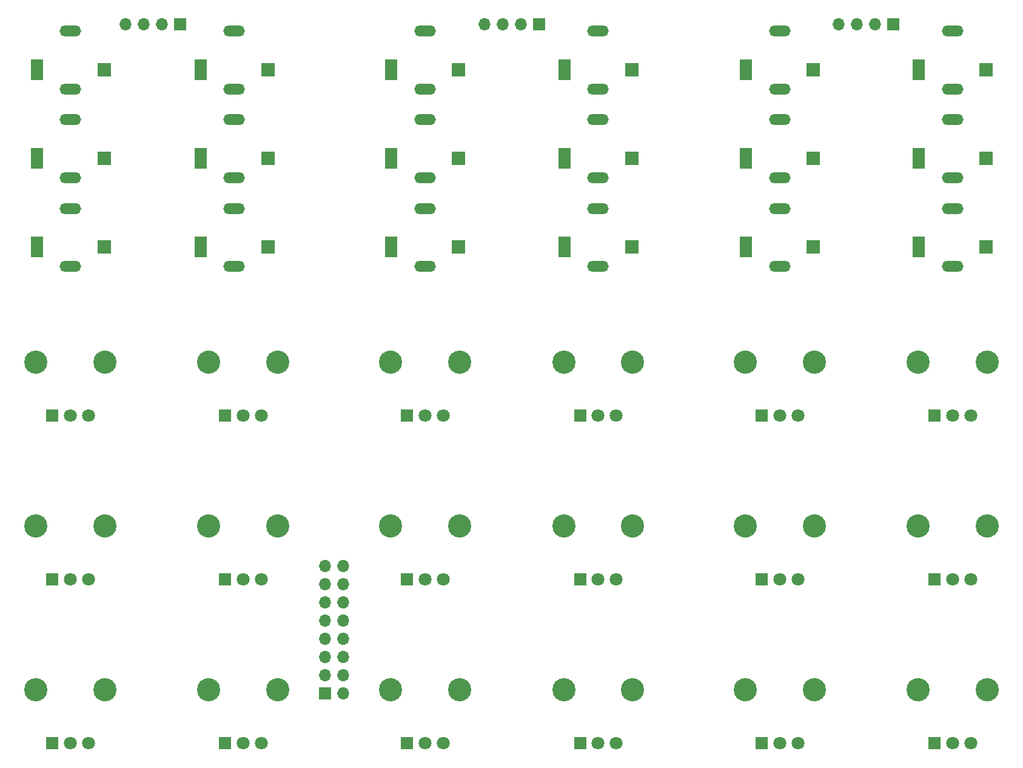
<source format=gbr>
%TF.GenerationSoftware,KiCad,Pcbnew,(5.1.8)-1*%
%TF.CreationDate,2021-01-26T23:12:48-05:00*%
%TF.ProjectId,LedController2,4c656443-6f6e-4747-926f-6c6c6572322e,rev?*%
%TF.SameCoordinates,Original*%
%TF.FileFunction,Soldermask,Top*%
%TF.FilePolarity,Negative*%
%FSLAX46Y46*%
G04 Gerber Fmt 4.6, Leading zero omitted, Abs format (unit mm)*
G04 Created by KiCad (PCBNEW (5.1.8)-1) date 2021-01-26 23:12:48*
%MOMM*%
%LPD*%
G01*
G04 APERTURE LIST*
%ADD10R,1.750000X3.000000*%
%ADD11R,1.850000X1.850000*%
%ADD12O,3.000000X1.524000*%
%ADD13C,3.240000*%
%ADD14C,1.800000*%
%ADD15R,1.800000X1.800000*%
%ADD16O,1.700000X1.700000*%
%ADD17R,1.700000X1.700000*%
G04 APERTURE END LIST*
D10*
%TO.C,G_CV_IN_3*%
X102550000Y-21872500D03*
D11*
X111950000Y-21872500D03*
D12*
X107250000Y-24572500D03*
X107250000Y-16472500D03*
%TD*%
D10*
%TO.C,B_CV_IN_3*%
X102550000Y-34255000D03*
D11*
X111950000Y-34255000D03*
D12*
X107250000Y-36955000D03*
X107250000Y-28855000D03*
%TD*%
D10*
%TO.C,R_CV_IN_3*%
X102550000Y-9490000D03*
D11*
X111950000Y-9490000D03*
D12*
X107250000Y-12190000D03*
X107250000Y-4090000D03*
%TD*%
D10*
%TO.C,G_CV_IN_2*%
X53020000Y-21872500D03*
D11*
X62420000Y-21872500D03*
D12*
X57720000Y-24572500D03*
X57720000Y-16472500D03*
%TD*%
D10*
%TO.C,B_CV_IN_2*%
X53020000Y-34255000D03*
D11*
X62420000Y-34255000D03*
D12*
X57720000Y-36955000D03*
X57720000Y-28855000D03*
%TD*%
D10*
%TO.C,R_CV_IN_2*%
X53020000Y-9490000D03*
D11*
X62420000Y-9490000D03*
D12*
X57720000Y-12190000D03*
X57720000Y-4090000D03*
%TD*%
D10*
%TO.C,G_CV_IN_1*%
X3555000Y-21872500D03*
D11*
X12955000Y-21872500D03*
D12*
X8255000Y-24572500D03*
X8255000Y-16472500D03*
%TD*%
D10*
%TO.C,B_CV_IN_1*%
X3555000Y-34255000D03*
D11*
X12955000Y-34255000D03*
D12*
X8255000Y-36955000D03*
X8255000Y-28855000D03*
%TD*%
D10*
%TO.C,R_CV_IN_1*%
X3555000Y-9490000D03*
D11*
X12955000Y-9490000D03*
D12*
X8255000Y-12190000D03*
X8255000Y-4090000D03*
%TD*%
D10*
%TO.C,Audio_R_3*%
X126680000Y-9490000D03*
D11*
X136080000Y-9490000D03*
D12*
X131380000Y-12190000D03*
X131380000Y-4090000D03*
%TD*%
D10*
%TO.C,Audio_B_3*%
X126680000Y-34255000D03*
D11*
X136080000Y-34255000D03*
D12*
X131380000Y-36955000D03*
X131380000Y-28855000D03*
%TD*%
D10*
%TO.C,Audio_G_3*%
X126680000Y-21872500D03*
D11*
X136080000Y-21872500D03*
D12*
X131380000Y-24572500D03*
X131380000Y-16472500D03*
%TD*%
D10*
%TO.C,Audio_R_2*%
X77190000Y-9490000D03*
D11*
X86590000Y-9490000D03*
D12*
X81890000Y-12190000D03*
X81890000Y-4090000D03*
%TD*%
D10*
%TO.C,Audio_B_2*%
X77190000Y-34255000D03*
D11*
X86590000Y-34255000D03*
D12*
X81890000Y-36955000D03*
X81890000Y-28855000D03*
%TD*%
D10*
%TO.C,Audio_G_2*%
X77190000Y-21872500D03*
D11*
X86590000Y-21872500D03*
D12*
X81890000Y-24572500D03*
X81890000Y-16472500D03*
%TD*%
D10*
%TO.C,Audio_R_1*%
X26415000Y-9490000D03*
D11*
X35815000Y-9490000D03*
D12*
X31115000Y-12190000D03*
X31115000Y-4090000D03*
%TD*%
D10*
%TO.C,Audio_B_1*%
X26415000Y-34255000D03*
D11*
X35815000Y-34255000D03*
D12*
X31115000Y-36955000D03*
X31115000Y-28855000D03*
%TD*%
D10*
%TO.C,Audio_G_1*%
X26415000Y-21872500D03*
D11*
X35815000Y-21872500D03*
D12*
X31115000Y-24572500D03*
X31115000Y-16472500D03*
%TD*%
D13*
%TO.C,G_CV_3*%
X102475000Y-73145000D03*
X112075000Y-73145000D03*
D14*
X109775000Y-80645000D03*
X107275000Y-80645000D03*
D15*
X104775000Y-80645000D03*
%TD*%
D13*
%TO.C,B_CV_3*%
X102475000Y-96005000D03*
X112075000Y-96005000D03*
D14*
X109775000Y-103505000D03*
X107275000Y-103505000D03*
D15*
X104775000Y-103505000D03*
%TD*%
D13*
%TO.C,R_CV_3*%
X102475000Y-50285000D03*
X112075000Y-50285000D03*
D14*
X109775000Y-57785000D03*
X107275000Y-57785000D03*
D15*
X104775000Y-57785000D03*
%TD*%
D13*
%TO.C,G_CV_2*%
X52945000Y-73145000D03*
X62545000Y-73145000D03*
D14*
X60245000Y-80645000D03*
X57745000Y-80645000D03*
D15*
X55245000Y-80645000D03*
%TD*%
D13*
%TO.C,B_CV_2*%
X52945000Y-96005000D03*
X62545000Y-96005000D03*
D14*
X60245000Y-103505000D03*
X57745000Y-103505000D03*
D15*
X55245000Y-103505000D03*
%TD*%
D13*
%TO.C,R_CV_2*%
X52945000Y-50285000D03*
X62545000Y-50285000D03*
D14*
X60245000Y-57785000D03*
X57745000Y-57785000D03*
D15*
X55245000Y-57785000D03*
%TD*%
D13*
%TO.C,G_CV_1*%
X27545000Y-73145000D03*
X37145000Y-73145000D03*
D14*
X34845000Y-80645000D03*
X32345000Y-80645000D03*
D15*
X29845000Y-80645000D03*
%TD*%
D13*
%TO.C,B_CV_1*%
X27545000Y-96005000D03*
X37145000Y-96005000D03*
D14*
X34845000Y-103505000D03*
X32345000Y-103505000D03*
D15*
X29845000Y-103505000D03*
%TD*%
D13*
%TO.C,R_CV_1*%
X27545000Y-50285000D03*
X37145000Y-50285000D03*
D14*
X34845000Y-57785000D03*
X32345000Y-57785000D03*
D15*
X29845000Y-57785000D03*
%TD*%
D13*
%TO.C,B_A_RV1*%
X3415000Y-96005000D03*
X13015000Y-96005000D03*
D14*
X10715000Y-103505000D03*
X8215000Y-103505000D03*
D15*
X5715000Y-103505000D03*
%TD*%
D13*
%TO.C,R_A_RV3*%
X126605000Y-50285000D03*
X136205000Y-50285000D03*
D14*
X133905000Y-57785000D03*
X131405000Y-57785000D03*
D15*
X128905000Y-57785000D03*
%TD*%
D13*
%TO.C,B_A_RV3*%
X126605000Y-96005000D03*
X136205000Y-96005000D03*
D14*
X133905000Y-103505000D03*
X131405000Y-103505000D03*
D15*
X128905000Y-103505000D03*
%TD*%
D13*
%TO.C,G_A_RV3*%
X126605000Y-73145000D03*
X136205000Y-73145000D03*
D14*
X133905000Y-80645000D03*
X131405000Y-80645000D03*
D15*
X128905000Y-80645000D03*
%TD*%
D13*
%TO.C,R_A_RV2*%
X77115000Y-50285000D03*
X86715000Y-50285000D03*
D14*
X84415000Y-57785000D03*
X81915000Y-57785000D03*
D15*
X79415000Y-57785000D03*
%TD*%
D13*
%TO.C,B_A_RV2*%
X77115000Y-96005000D03*
X86715000Y-96005000D03*
D14*
X84415000Y-103505000D03*
X81915000Y-103505000D03*
D15*
X79415000Y-103505000D03*
%TD*%
D13*
%TO.C,G_A_RV2*%
X77115000Y-73145000D03*
X86715000Y-73145000D03*
D14*
X84415000Y-80645000D03*
X81915000Y-80645000D03*
D15*
X79415000Y-80645000D03*
%TD*%
D13*
%TO.C,R_A_RV1*%
X3415000Y-50285000D03*
X13015000Y-50285000D03*
D14*
X10715000Y-57785000D03*
X8215000Y-57785000D03*
D15*
X5715000Y-57785000D03*
%TD*%
D13*
%TO.C,G_A_RV1*%
X3415000Y-73145000D03*
X13015000Y-73145000D03*
D14*
X10715000Y-80645000D03*
X8215000Y-80645000D03*
D15*
X5715000Y-80645000D03*
%TD*%
D16*
%TO.C,J4*%
X115520000Y-3175000D03*
X118060000Y-3175000D03*
X120600000Y-3175000D03*
D17*
X123140000Y-3175000D03*
%TD*%
D16*
%TO.C,J3*%
X66010000Y-3175000D03*
X68550000Y-3175000D03*
X71090000Y-3175000D03*
D17*
X73630000Y-3175000D03*
%TD*%
D16*
%TO.C,J2*%
X15890000Y-3175000D03*
X18430000Y-3175000D03*
X20970000Y-3175000D03*
D17*
X23510000Y-3175000D03*
%TD*%
D16*
%TO.C,J1*%
X46355000Y-78740000D03*
X43815000Y-78740000D03*
X46355000Y-81280000D03*
X43815000Y-81280000D03*
X46355000Y-83820000D03*
X43815000Y-83820000D03*
X46355000Y-86360000D03*
X43815000Y-86360000D03*
X46355000Y-88900000D03*
X43815000Y-88900000D03*
X46355000Y-91440000D03*
X43815000Y-91440000D03*
X46355000Y-93980000D03*
X43815000Y-93980000D03*
X46355000Y-96520000D03*
D17*
X43815000Y-96520000D03*
%TD*%
M02*

</source>
